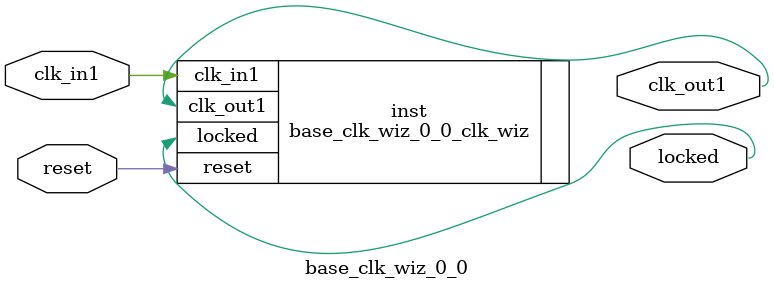
<source format=v>


`timescale 1ps/1ps

(* CORE_GENERATION_INFO = "base_clk_wiz_0_0,clk_wiz_v6_0_8_0_0,{component_name=base_clk_wiz_0_0,use_phase_alignment=true,use_min_o_jitter=false,use_max_i_jitter=true,use_dyn_phase_shift=false,use_inclk_switchover=false,use_dyn_reconfig=false,enable_axi=0,feedback_source=FDBK_AUTO,PRIMITIVE=PLL,num_out_clk=1,clkin1_period=8.000,clkin2_period=10.000,use_power_down=false,use_reset=true,use_locked=true,use_inclk_stopped=false,feedback_type=SINGLE,CLOCK_MGR_TYPE=NA,manual_override=false}" *)

module base_clk_wiz_0_0 
 (
  // Clock out ports
  output        clk_out1,
  // Status and control signals
  input         reset,
  output        locked,
 // Clock in ports
  input         clk_in1
 );

  base_clk_wiz_0_0_clk_wiz inst
  (
  // Clock out ports  
  .clk_out1(clk_out1),
  // Status and control signals               
  .reset(reset), 
  .locked(locked),
 // Clock in ports
  .clk_in1(clk_in1)
  );

endmodule

</source>
